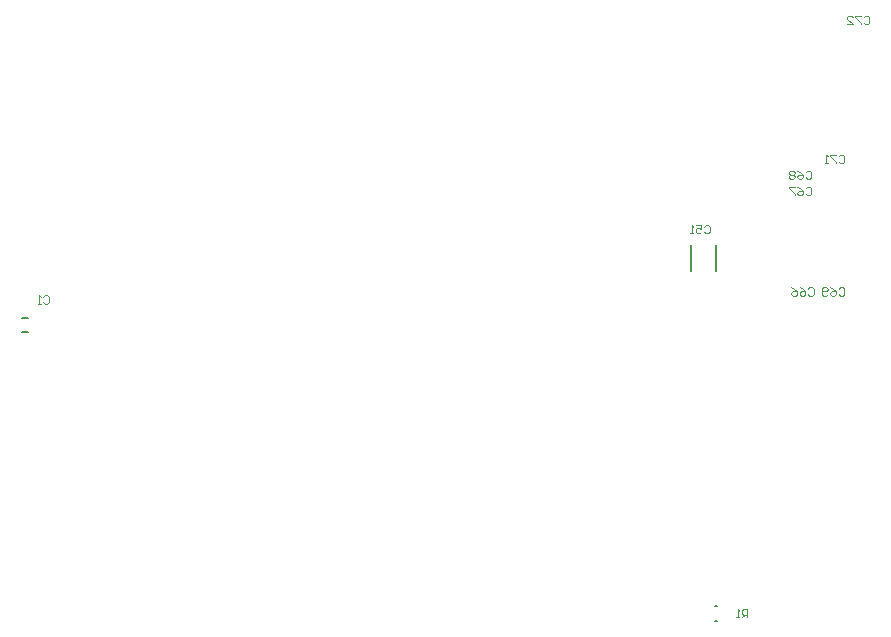
<source format=gbr>
%TF.GenerationSoftware,Altium Limited,Altium Designer,22.2.1 (43)*%
G04 Layer_Color=32896*
%FSLAX45Y45*%
%MOMM*%
%TF.SameCoordinates,3546A09D-0AB3-465C-A5BE-671B47EBA127*%
%TF.FilePolarity,Positive*%
%TF.FileFunction,Legend,Bot*%
%TF.Part,Single*%
G01*
G75*
%TA.AperFunction,NonConductor*%
%ADD71C,0.20000*%
%ADD72C,0.10000*%
D71*
X8712500Y5555000D02*
X8712500Y5775000D01*
X8927500D02*
X8927500Y5555000D01*
X3055310Y5160310D02*
X3104690D01*
X3055310Y5039690D02*
X3104690D01*
X8918560Y2596560D02*
X8938560D01*
X8918560Y2721560D02*
X8938560D01*
D72*
X10176848Y7706255D02*
X10188511Y7717918D01*
X10211837D01*
X10223500Y7706255D01*
Y7659603D01*
X10211837Y7647940D01*
X10188511D01*
X10176848Y7659603D01*
X10153522Y7717918D02*
X10106871D01*
Y7706255D01*
X10153522Y7659603D01*
Y7647940D01*
X10036893D02*
X10083545D01*
X10036893Y7694592D01*
Y7706255D01*
X10048556Y7717918D01*
X10071882D01*
X10083545Y7706255D01*
X3232488Y5338975D02*
X3244151Y5350638D01*
X3267477D01*
X3279140Y5338975D01*
Y5292323D01*
X3267477Y5280660D01*
X3244151D01*
X3232488Y5292323D01*
X3209162Y5280660D02*
X3185837D01*
X3197500D01*
Y5350638D01*
X3209162Y5338975D01*
X9966028Y6527695D02*
X9977691Y6539358D01*
X10001017D01*
X10012680Y6527695D01*
Y6481043D01*
X10001017Y6469380D01*
X9977691D01*
X9966028Y6481043D01*
X9942702Y6539358D02*
X9896051D01*
Y6527695D01*
X9942702Y6481043D01*
Y6469380D01*
X9872725D02*
X9849399D01*
X9861062D01*
Y6539358D01*
X9872725Y6527695D01*
X9966028Y5407555D02*
X9977691Y5419218D01*
X10001017D01*
X10012680Y5407555D01*
Y5360903D01*
X10001017Y5349240D01*
X9977691D01*
X9966028Y5360903D01*
X9896051Y5419218D02*
X9919377Y5407555D01*
X9942702Y5384229D01*
Y5360903D01*
X9931040Y5349240D01*
X9907714D01*
X9896051Y5360903D01*
Y5372566D01*
X9907714Y5384229D01*
X9942702D01*
X9872725Y5360903D02*
X9861062Y5349240D01*
X9837736D01*
X9826073Y5360903D01*
Y5407555D01*
X9837736Y5419218D01*
X9861062D01*
X9872725Y5407555D01*
Y5395892D01*
X9861062Y5384229D01*
X9826073D01*
X9686628Y6395615D02*
X9698291Y6407278D01*
X9721617D01*
X9733280Y6395615D01*
Y6348963D01*
X9721617Y6337300D01*
X9698291D01*
X9686628Y6348963D01*
X9616651Y6407278D02*
X9639977Y6395615D01*
X9663302Y6372289D01*
Y6348963D01*
X9651640Y6337300D01*
X9628314D01*
X9616651Y6348963D01*
Y6360626D01*
X9628314Y6372289D01*
X9663302D01*
X9593325Y6395615D02*
X9581662Y6407278D01*
X9558336D01*
X9546673Y6395615D01*
Y6383952D01*
X9558336Y6372289D01*
X9546673Y6360626D01*
Y6348963D01*
X9558336Y6337300D01*
X9581662D01*
X9593325Y6348963D01*
Y6360626D01*
X9581662Y6372289D01*
X9593325Y6383952D01*
Y6395615D01*
X9581662Y6372289D02*
X9558336D01*
X9686628Y6255915D02*
X9698291Y6267578D01*
X9721617D01*
X9733280Y6255915D01*
Y6209263D01*
X9721617Y6197600D01*
X9698291D01*
X9686628Y6209263D01*
X9616651Y6267578D02*
X9639977Y6255915D01*
X9663302Y6232589D01*
Y6209263D01*
X9651640Y6197600D01*
X9628314D01*
X9616651Y6209263D01*
Y6220926D01*
X9628314Y6232589D01*
X9663302D01*
X9593325Y6267578D02*
X9546673D01*
Y6255915D01*
X9593325Y6209263D01*
Y6197600D01*
X9706948Y5407555D02*
X9718611Y5419218D01*
X9741937D01*
X9753600Y5407555D01*
Y5360903D01*
X9741937Y5349240D01*
X9718611D01*
X9706948Y5360903D01*
X9636971Y5419218D02*
X9660297Y5407555D01*
X9683622Y5384229D01*
Y5360903D01*
X9671960Y5349240D01*
X9648634D01*
X9636971Y5360903D01*
Y5372566D01*
X9648634Y5384229D01*
X9683622D01*
X9566993Y5419218D02*
X9590319Y5407555D01*
X9613645Y5384229D01*
Y5360903D01*
X9601982Y5349240D01*
X9578656D01*
X9566993Y5360903D01*
Y5372566D01*
X9578656Y5384229D01*
X9613645D01*
X9192711Y2624071D02*
Y2694048D01*
X9157723D01*
X9146060Y2682386D01*
Y2659060D01*
X9157723Y2647397D01*
X9192711D01*
X9169386D02*
X9146060Y2624071D01*
X9122734D02*
X9099408D01*
X9111071D01*
Y2694048D01*
X9122734Y2682386D01*
X8827928Y5933535D02*
X8839591Y5945198D01*
X8862917D01*
X8874580Y5933535D01*
Y5886883D01*
X8862917Y5875220D01*
X8839591D01*
X8827928Y5886883D01*
X8757951Y5945198D02*
X8804602D01*
Y5910209D01*
X8781277Y5921872D01*
X8769614D01*
X8757951Y5910209D01*
Y5886883D01*
X8769614Y5875220D01*
X8792939D01*
X8804602Y5886883D01*
X8734625Y5875220D02*
X8711299D01*
X8722962D01*
Y5945198D01*
X8734625Y5933535D01*
%TF.MD5,c36b162003eb6eb5462c53a1bdde0447*%
M02*

</source>
